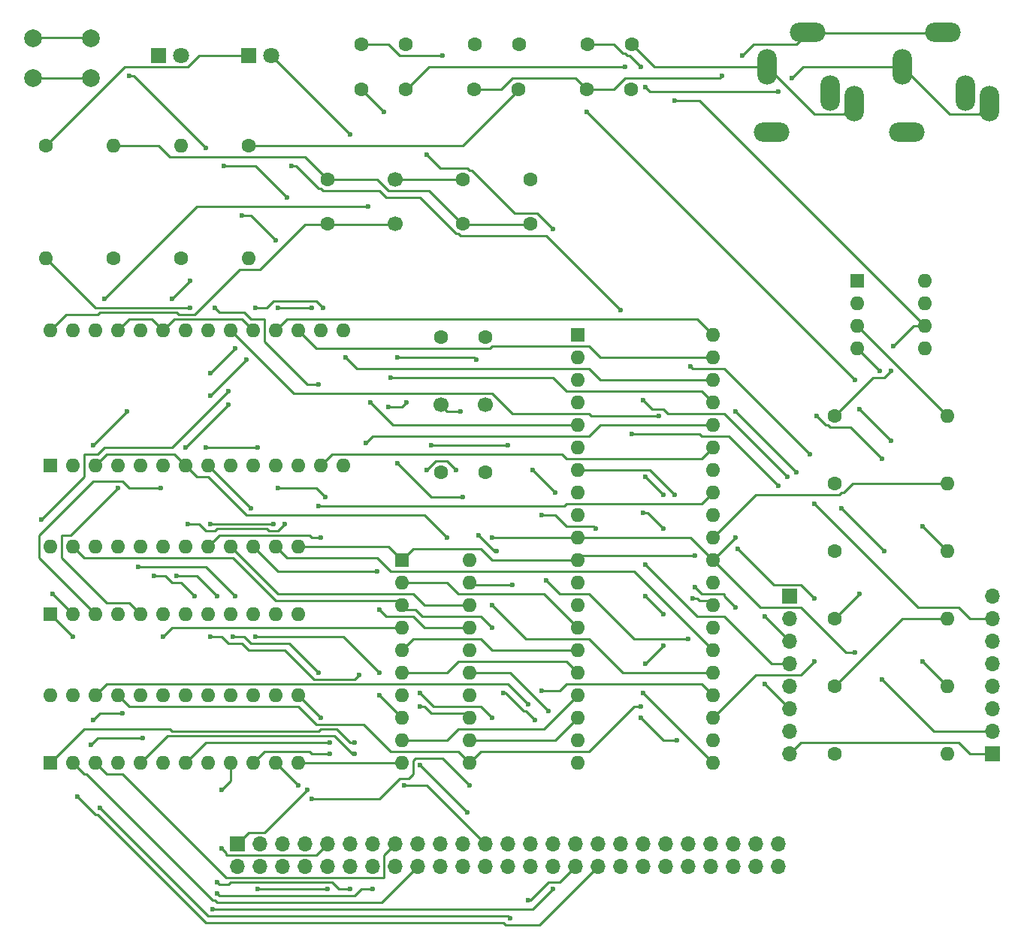
<source format=gbl>
G04 #@! TF.FileFunction,Copper,L2,Bot,Signal*
%FSLAX46Y46*%
G04 Gerber Fmt 4.6, Leading zero omitted, Abs format (unit mm)*
G04 Created by KiCad (PCBNEW 4.0.7) date 05/26/18 22:05:49*
%MOMM*%
%LPD*%
G01*
G04 APERTURE LIST*
%ADD10C,0.100000*%
%ADD11C,1.600000*%
%ADD12R,1.700000X1.700000*%
%ADD13O,1.700000X1.700000*%
%ADD14R,1.800000X1.800000*%
%ADD15C,1.800000*%
%ADD16C,1.700000*%
%ADD17O,1.600000X1.600000*%
%ADD18C,2.000000*%
%ADD19R,1.600000X1.600000*%
%ADD20O,2.200000X4.000000*%
%ADD21O,4.000000X2.200000*%
%ADD22C,0.600000*%
%ADD23C,0.250000*%
G04 APERTURE END LIST*
D10*
D11*
X105410000Y-77470000D03*
X100410000Y-77470000D03*
X105410000Y-92710000D03*
X100410000Y-92710000D03*
X110490000Y-59690000D03*
X110490000Y-64690000D03*
X104140000Y-49530000D03*
X109140000Y-49530000D03*
X109220000Y-44450000D03*
X104220000Y-44450000D03*
X91440000Y-49530000D03*
X96440000Y-49530000D03*
X121920000Y-44450000D03*
X116920000Y-44450000D03*
X116840000Y-49530000D03*
X121840000Y-49530000D03*
X91440000Y-44450000D03*
X96440000Y-44450000D03*
X87630000Y-59690000D03*
X87630000Y-64690000D03*
X102870000Y-59690000D03*
X102870000Y-64690000D03*
D12*
X77470000Y-134620000D03*
D13*
X77470000Y-137160000D03*
X80010000Y-134620000D03*
X80010000Y-137160000D03*
X82550000Y-134620000D03*
X82550000Y-137160000D03*
X85090000Y-134620000D03*
X85090000Y-137160000D03*
X87630000Y-134620000D03*
X87630000Y-137160000D03*
X90170000Y-134620000D03*
X90170000Y-137160000D03*
X92710000Y-134620000D03*
X92710000Y-137160000D03*
X95250000Y-134620000D03*
X95250000Y-137160000D03*
X97790000Y-134620000D03*
X97790000Y-137160000D03*
X100330000Y-134620000D03*
X100330000Y-137160000D03*
X102870000Y-134620000D03*
X102870000Y-137160000D03*
X105410000Y-134620000D03*
X105410000Y-137160000D03*
X107950000Y-134620000D03*
X107950000Y-137160000D03*
X110490000Y-134620000D03*
X110490000Y-137160000D03*
X113030000Y-134620000D03*
X113030000Y-137160000D03*
X115570000Y-134620000D03*
X115570000Y-137160000D03*
X118110000Y-134620000D03*
X118110000Y-137160000D03*
X120650000Y-134620000D03*
X120650000Y-137160000D03*
X123190000Y-134620000D03*
X123190000Y-137160000D03*
X125730000Y-134620000D03*
X125730000Y-137160000D03*
X128270000Y-134620000D03*
X128270000Y-137160000D03*
X130810000Y-134620000D03*
X130810000Y-137160000D03*
X133350000Y-134620000D03*
X133350000Y-137160000D03*
X135890000Y-134620000D03*
X135890000Y-137160000D03*
X138430000Y-134620000D03*
X138430000Y-137160000D03*
D14*
X68580000Y-45720000D03*
D15*
X71120000Y-45720000D03*
D14*
X78740000Y-45720000D03*
D15*
X81280000Y-45720000D03*
D12*
X139700000Y-106680000D03*
D13*
X139700000Y-109220000D03*
X139700000Y-111760000D03*
X139700000Y-114300000D03*
X139700000Y-116840000D03*
X139700000Y-119380000D03*
X139700000Y-121920000D03*
X139700000Y-124460000D03*
D12*
X162560000Y-124460000D03*
D13*
X162560000Y-121920000D03*
X162560000Y-119380000D03*
X162560000Y-116840000D03*
X162560000Y-114300000D03*
X162560000Y-111760000D03*
X162560000Y-109220000D03*
X162560000Y-106680000D03*
D16*
X105410000Y-85090000D03*
X100410000Y-85090000D03*
X95250000Y-59690000D03*
X95250000Y-64690000D03*
D11*
X71120000Y-68580000D03*
D17*
X71120000Y-55880000D03*
D11*
X63500000Y-68580000D03*
D17*
X63500000Y-55880000D03*
D11*
X55880000Y-55880000D03*
D17*
X55880000Y-68580000D03*
D11*
X78740000Y-55880000D03*
D17*
X78740000Y-68580000D03*
D11*
X144780000Y-116840000D03*
D17*
X157480000Y-116840000D03*
D11*
X144780000Y-124460000D03*
D17*
X157480000Y-124460000D03*
D11*
X144780000Y-93980000D03*
D17*
X157480000Y-93980000D03*
D11*
X144780000Y-86360000D03*
D17*
X157480000Y-86360000D03*
D11*
X144780000Y-109220000D03*
D17*
X157480000Y-109220000D03*
D11*
X144780000Y-101600000D03*
D17*
X157480000Y-101600000D03*
D18*
X60960000Y-43760000D03*
X60960000Y-48260000D03*
X54460000Y-43760000D03*
X54460000Y-48260000D03*
D19*
X56388000Y-125476000D03*
D17*
X84328000Y-117856000D03*
X58928000Y-125476000D03*
X81788000Y-117856000D03*
X61468000Y-125476000D03*
X79248000Y-117856000D03*
X64008000Y-125476000D03*
X76708000Y-117856000D03*
X66548000Y-125476000D03*
X74168000Y-117856000D03*
X69088000Y-125476000D03*
X71628000Y-117856000D03*
X71628000Y-125476000D03*
X69088000Y-117856000D03*
X74168000Y-125476000D03*
X66548000Y-117856000D03*
X76708000Y-125476000D03*
X64008000Y-117856000D03*
X79248000Y-125476000D03*
X61468000Y-117856000D03*
X81788000Y-125476000D03*
X58928000Y-117856000D03*
X84328000Y-125476000D03*
X56388000Y-117856000D03*
D19*
X96012000Y-102616000D03*
D17*
X103632000Y-125476000D03*
X96012000Y-105156000D03*
X103632000Y-122936000D03*
X96012000Y-107696000D03*
X103632000Y-120396000D03*
X96012000Y-110236000D03*
X103632000Y-117856000D03*
X96012000Y-112776000D03*
X103632000Y-115316000D03*
X96012000Y-115316000D03*
X103632000Y-112776000D03*
X96012000Y-117856000D03*
X103632000Y-110236000D03*
X96012000Y-120396000D03*
X103632000Y-107696000D03*
X96012000Y-122936000D03*
X103632000Y-105156000D03*
X96012000Y-125476000D03*
X103632000Y-102616000D03*
D19*
X56388000Y-108712000D03*
D17*
X84328000Y-101092000D03*
X58928000Y-108712000D03*
X81788000Y-101092000D03*
X61468000Y-108712000D03*
X79248000Y-101092000D03*
X64008000Y-108712000D03*
X76708000Y-101092000D03*
X66548000Y-108712000D03*
X74168000Y-101092000D03*
X69088000Y-108712000D03*
X71628000Y-101092000D03*
X71628000Y-108712000D03*
X69088000Y-101092000D03*
X74168000Y-108712000D03*
X66548000Y-101092000D03*
X76708000Y-108712000D03*
X64008000Y-101092000D03*
X79248000Y-108712000D03*
X61468000Y-101092000D03*
X81788000Y-108712000D03*
X58928000Y-101092000D03*
X84328000Y-108712000D03*
X56388000Y-101092000D03*
D19*
X115824000Y-77216000D03*
D17*
X131064000Y-125476000D03*
X115824000Y-79756000D03*
X131064000Y-122936000D03*
X115824000Y-82296000D03*
X131064000Y-120396000D03*
X115824000Y-84836000D03*
X131064000Y-117856000D03*
X115824000Y-87376000D03*
X131064000Y-115316000D03*
X115824000Y-89916000D03*
X131064000Y-112776000D03*
X115824000Y-92456000D03*
X131064000Y-110236000D03*
X115824000Y-94996000D03*
X131064000Y-107696000D03*
X115824000Y-97536000D03*
X131064000Y-105156000D03*
X115824000Y-100076000D03*
X131064000Y-102616000D03*
X115824000Y-102616000D03*
X131064000Y-100076000D03*
X115824000Y-105156000D03*
X131064000Y-97536000D03*
X115824000Y-107696000D03*
X131064000Y-94996000D03*
X115824000Y-110236000D03*
X131064000Y-92456000D03*
X115824000Y-112776000D03*
X131064000Y-89916000D03*
X115824000Y-115316000D03*
X131064000Y-87376000D03*
X115824000Y-117856000D03*
X131064000Y-84836000D03*
X115824000Y-120396000D03*
X131064000Y-82296000D03*
X115824000Y-122936000D03*
X131064000Y-79756000D03*
X115824000Y-125476000D03*
X131064000Y-77216000D03*
D19*
X147320000Y-71120000D03*
D17*
X154940000Y-78740000D03*
X147320000Y-73660000D03*
X154940000Y-76200000D03*
X147320000Y-76200000D03*
X154940000Y-73660000D03*
X147320000Y-78740000D03*
X154940000Y-71120000D03*
D19*
X56388000Y-91948000D03*
D17*
X89408000Y-76708000D03*
X58928000Y-91948000D03*
X86868000Y-76708000D03*
X61468000Y-91948000D03*
X84328000Y-76708000D03*
X64008000Y-91948000D03*
X81788000Y-76708000D03*
X66548000Y-91948000D03*
X79248000Y-76708000D03*
X69088000Y-91948000D03*
X76708000Y-76708000D03*
X71628000Y-91948000D03*
X74168000Y-76708000D03*
X74168000Y-91948000D03*
X71628000Y-76708000D03*
X76708000Y-91948000D03*
X69088000Y-76708000D03*
X79248000Y-91948000D03*
X66548000Y-76708000D03*
X81788000Y-91948000D03*
X64008000Y-76708000D03*
X84328000Y-91948000D03*
X61468000Y-76708000D03*
X86868000Y-91948000D03*
X58928000Y-76708000D03*
X89408000Y-91948000D03*
X56388000Y-76708000D03*
D20*
X137160000Y-46990000D03*
D21*
X137660000Y-54290000D03*
D20*
X144260000Y-49890000D03*
X146960000Y-51090000D03*
D21*
X141760000Y-43090000D03*
D20*
X152400000Y-46990000D03*
D21*
X152900000Y-54290000D03*
D20*
X159500000Y-49890000D03*
X162200000Y-51090000D03*
D21*
X157000000Y-43090000D03*
D22*
X149860000Y-81280000D03*
X72136000Y-74168000D03*
X134366000Y-45720000D03*
X132080000Y-48006000D03*
X85344000Y-128524000D03*
X129032000Y-102108000D03*
X102616000Y-85852000D03*
X147066000Y-113030000D03*
X150114000Y-116078000D03*
X133604000Y-100076000D03*
X101092000Y-100076000D03*
X151130000Y-81280000D03*
X106172000Y-100076000D03*
X84328000Y-128016000D03*
X86868000Y-120396000D03*
X75692000Y-128524000D03*
X75692000Y-135128000D03*
X87884000Y-124460000D03*
X87884000Y-123190000D03*
X79756000Y-139700000D03*
X87630000Y-139700000D03*
X90678000Y-124460000D03*
X75184000Y-138938000D03*
X90170000Y-139700000D03*
X75184000Y-140208000D03*
X92710000Y-139700000D03*
X90678000Y-123190000D03*
X86868000Y-100076000D03*
X93472000Y-108204000D03*
X98044000Y-119126000D03*
X87376000Y-95504000D03*
X82042000Y-94488000D03*
X79756000Y-89916000D03*
X73914000Y-89916000D03*
X103632000Y-128016000D03*
X85852000Y-129540000D03*
X86614000Y-115316000D03*
X76962000Y-111252000D03*
X75184000Y-106680000D03*
X70612000Y-104394000D03*
X93472000Y-115316000D03*
X79502000Y-111252000D03*
X77216000Y-106680000D03*
X66294000Y-103378000D03*
X96266000Y-128016000D03*
X93472000Y-117856000D03*
X91186000Y-115570000D03*
X74422000Y-111252000D03*
X72644000Y-106680000D03*
X68072000Y-104394000D03*
X103378000Y-131064000D03*
X98044000Y-125730000D03*
X106172000Y-110236000D03*
X98044000Y-117602000D03*
X106172000Y-120396000D03*
X69088000Y-111252000D03*
X113030000Y-139700000D03*
X74676000Y-141986000D03*
X110236000Y-140970000D03*
X108204000Y-143002000D03*
X61976000Y-130556000D03*
X60960000Y-123444000D03*
X66802000Y-122682000D03*
X59436000Y-129286000D03*
X61214000Y-120650000D03*
X64516000Y-119888000D03*
X142494000Y-114046000D03*
X140462000Y-92710000D03*
X133604000Y-85852000D03*
X120650000Y-74422000D03*
X83566000Y-58166000D03*
X90170000Y-54610000D03*
X96520000Y-84836000D03*
X94488000Y-85344000D03*
X98806000Y-92456000D03*
X102108000Y-92456000D03*
X104648000Y-99822000D03*
X106680000Y-101600000D03*
X122936000Y-120396000D03*
X127000000Y-122936000D03*
X138430000Y-94234000D03*
X121920000Y-88392000D03*
X136906000Y-108966000D03*
X125476000Y-95250000D03*
X123444000Y-93218000D03*
X123444000Y-103124000D03*
X126746000Y-95250000D03*
X133858000Y-101346000D03*
X142494000Y-106934000D03*
X136906000Y-116586000D03*
X133604000Y-107950000D03*
X129032000Y-105664000D03*
X125476000Y-99060000D03*
X123190000Y-97282000D03*
X123190000Y-84582000D03*
X139446000Y-93218000D03*
X142494000Y-96266000D03*
X113284000Y-94996000D03*
X110744000Y-92456000D03*
X107950000Y-89662000D03*
X99314000Y-89662000D03*
X81788000Y-66548000D03*
X77978000Y-63754000D03*
X122936000Y-119126000D03*
X123444000Y-114300000D03*
X125476000Y-112268000D03*
X58928000Y-111252000D03*
X112522000Y-119634000D03*
X110998000Y-120650000D03*
X107442000Y-117602000D03*
X108458000Y-105410000D03*
X123190000Y-117602000D03*
X87122000Y-74168000D03*
X79502000Y-74168000D03*
X77216000Y-78740000D03*
X74422000Y-81534000D03*
X64008000Y-94488000D03*
X94742000Y-82042000D03*
X86614000Y-96520000D03*
X85852000Y-74168000D03*
X82042000Y-74168000D03*
X78486000Y-80010000D03*
X74422000Y-84074000D03*
X89662000Y-79756000D03*
X124968000Y-86360000D03*
X68834000Y-94488000D03*
X71628000Y-89916000D03*
X76454000Y-85090000D03*
X81534000Y-98552000D03*
X74422000Y-98552000D03*
X76454000Y-83566000D03*
X55372000Y-98044000D03*
X56642000Y-106426000D03*
X82804000Y-98552000D03*
X71882000Y-98552000D03*
X91948000Y-89408000D03*
X128778000Y-106934000D03*
X125476000Y-108712000D03*
X123444000Y-106680000D03*
X117856000Y-99060000D03*
X111760000Y-97536000D03*
X104394000Y-80010000D03*
X95504000Y-79756000D03*
X83058000Y-61722000D03*
X75946000Y-58166000D03*
X73914000Y-56134000D03*
X65278000Y-48006000D03*
X111760000Y-117348000D03*
X110236000Y-118872000D03*
X92456000Y-84836000D03*
X116840000Y-52070000D03*
X147066000Y-82296000D03*
X147574000Y-85598000D03*
X151130000Y-89154000D03*
X93980000Y-52070000D03*
X98806000Y-56896000D03*
X113030000Y-65278000D03*
X128524000Y-80772000D03*
X141986000Y-90678000D03*
X145542000Y-96774000D03*
X150368000Y-101600000D03*
X154686000Y-114046000D03*
X121158000Y-46990000D03*
X123444000Y-49276000D03*
X138430000Y-49784000D03*
X139954000Y-48260000D03*
X126746000Y-50800000D03*
X122936000Y-46990000D03*
X147574000Y-106426000D03*
X151384000Y-78486000D03*
X154686000Y-98806000D03*
X150114000Y-91186000D03*
X142748000Y-86360000D03*
X100584000Y-45720000D03*
X70104000Y-73152000D03*
X72136000Y-71120000D03*
X62484000Y-73152000D03*
X92202000Y-62738000D03*
X93218000Y-103886000D03*
X106172000Y-107696000D03*
X78994000Y-96774000D03*
X61214000Y-89662000D03*
X65024000Y-85852000D03*
X74930000Y-74168000D03*
X86614000Y-82804000D03*
X95504000Y-91694000D03*
X102870000Y-95504000D03*
X112268000Y-104902000D03*
X128270000Y-111506000D03*
D23*
X149860000Y-81280000D02*
X147320000Y-78740000D01*
X55880000Y-68580000D02*
X61468000Y-74168000D01*
X61468000Y-74168000D02*
X72136000Y-74168000D01*
X131064000Y-100076000D02*
X135890000Y-95250000D01*
X135890000Y-95250000D02*
X145288000Y-95250000D01*
X145288000Y-95250000D02*
X145542000Y-94996000D01*
X145542000Y-94996000D02*
X145796000Y-94996000D01*
X145796000Y-94996000D02*
X146812000Y-93980000D01*
X146812000Y-93980000D02*
X157480000Y-93980000D01*
X141760000Y-43090000D02*
X141732000Y-43180000D01*
X141732000Y-43180000D02*
X140462000Y-44450000D01*
X140462000Y-44450000D02*
X135636000Y-44450000D01*
X135636000Y-44450000D02*
X134366000Y-45720000D01*
X132080000Y-48006000D02*
X131826000Y-48260000D01*
X131826000Y-48260000D02*
X121158000Y-48260000D01*
X121158000Y-48260000D02*
X119888000Y-49530000D01*
X119888000Y-49530000D02*
X116840000Y-49530000D01*
X85344000Y-128524000D02*
X80518000Y-133350000D01*
X80518000Y-133350000D02*
X78740000Y-133350000D01*
X78740000Y-133350000D02*
X77470000Y-134620000D01*
X87630000Y-59690000D02*
X85090000Y-57150000D01*
X85090000Y-57150000D02*
X69850000Y-57150000D01*
X69850000Y-57150000D02*
X68580000Y-55880000D01*
X68580000Y-55880000D02*
X63500000Y-55880000D01*
X102870000Y-64690000D02*
X102870000Y-64770000D01*
X102870000Y-64770000D02*
X99060000Y-60960000D01*
X99060000Y-60960000D02*
X94488000Y-60960000D01*
X94488000Y-60960000D02*
X93218000Y-59690000D01*
X93218000Y-59690000D02*
X87630000Y-59690000D01*
X115824000Y-102616000D02*
X116332000Y-102108000D01*
X116332000Y-102108000D02*
X129032000Y-102108000D01*
X139700000Y-124460000D02*
X140970000Y-123190000D01*
X140970000Y-123190000D02*
X158750000Y-123190000D01*
X158750000Y-123190000D02*
X160020000Y-124460000D01*
X160020000Y-124460000D02*
X162560000Y-124460000D01*
X96012000Y-102616000D02*
X97282000Y-101346000D01*
X97282000Y-101346000D02*
X104902000Y-101346000D01*
X104902000Y-101346000D02*
X106172000Y-102616000D01*
X106172000Y-102616000D02*
X115824000Y-102616000D01*
X96012000Y-102616000D02*
X94488000Y-101092000D01*
X94488000Y-101092000D02*
X84328000Y-101092000D01*
X141760000Y-43090000D02*
X141732000Y-43180000D01*
X141732000Y-43180000D02*
X156972000Y-43180000D01*
X156972000Y-43180000D02*
X157000000Y-43090000D01*
X116840000Y-49530000D02*
X115570000Y-48260000D01*
X115570000Y-48260000D02*
X108458000Y-48260000D01*
X108458000Y-48260000D02*
X107188000Y-49530000D01*
X107188000Y-49530000D02*
X104140000Y-49530000D01*
X84328000Y-125476000D02*
X96012000Y-125476000D01*
X102870000Y-64690000D02*
X102870000Y-64770000D01*
X102870000Y-64770000D02*
X110490000Y-64770000D01*
X110490000Y-64770000D02*
X110490000Y-64690000D01*
X60960000Y-48260000D02*
X54460000Y-48260000D01*
X100410000Y-85090000D02*
X100330000Y-85090000D01*
X100330000Y-85090000D02*
X101092000Y-85852000D01*
X101092000Y-85852000D02*
X102616000Y-85852000D01*
X131064000Y-102616000D02*
X136398000Y-107950000D01*
X136398000Y-107950000D02*
X140970000Y-107950000D01*
X140970000Y-107950000D02*
X146050000Y-113030000D01*
X146050000Y-113030000D02*
X147066000Y-113030000D01*
X150114000Y-116078000D02*
X155956000Y-121920000D01*
X155956000Y-121920000D02*
X162560000Y-121920000D01*
X133604000Y-100076000D02*
X131064000Y-102616000D01*
X101092000Y-100076000D02*
X98552000Y-97536000D01*
X98552000Y-97536000D02*
X78486000Y-97536000D01*
X78486000Y-97536000D02*
X74168000Y-93218000D01*
X74168000Y-93218000D02*
X72898000Y-93218000D01*
X72898000Y-93218000D02*
X71628000Y-91948000D01*
X144780000Y-86360000D02*
X149098000Y-82042000D01*
X149098000Y-82042000D02*
X150368000Y-82042000D01*
X150368000Y-82042000D02*
X151130000Y-81280000D01*
X131064000Y-102616000D02*
X128524000Y-100076000D01*
X128524000Y-100076000D02*
X115824000Y-100076000D01*
X115824000Y-100076000D02*
X106172000Y-100076000D01*
X69088000Y-76708000D02*
X70358000Y-75438000D01*
X70358000Y-75438000D02*
X77978000Y-75438000D01*
X77978000Y-75438000D02*
X79248000Y-76708000D01*
X71628000Y-91948000D02*
X70358000Y-90678000D01*
X70358000Y-90678000D02*
X62738000Y-90678000D01*
X62738000Y-90678000D02*
X61468000Y-91948000D01*
X64008000Y-76708000D02*
X65278000Y-75438000D01*
X65278000Y-75438000D02*
X67818000Y-75438000D01*
X67818000Y-75438000D02*
X69088000Y-76708000D01*
X84328000Y-128016000D02*
X81788000Y-125476000D01*
X86868000Y-120396000D02*
X84328000Y-117856000D01*
X76708000Y-125476000D02*
X76708000Y-127508000D01*
X76708000Y-127508000D02*
X75692000Y-128524000D01*
X75692000Y-135128000D02*
X76200000Y-135636000D01*
X76200000Y-135636000D02*
X76200000Y-135890000D01*
X76200000Y-135890000D02*
X86360000Y-135890000D01*
X86360000Y-135890000D02*
X87630000Y-134620000D01*
X79248000Y-125476000D02*
X80518000Y-124206000D01*
X80518000Y-124206000D02*
X85598000Y-124206000D01*
X85598000Y-124206000D02*
X85852000Y-124460000D01*
X85852000Y-124460000D02*
X87884000Y-124460000D01*
X71628000Y-125476000D02*
X73914000Y-123190000D01*
X73914000Y-123190000D02*
X87884000Y-123190000D01*
X79756000Y-139700000D02*
X87630000Y-139700000D01*
X66548000Y-125476000D02*
X69596000Y-122428000D01*
X69596000Y-122428000D02*
X88392000Y-122428000D01*
X88392000Y-122428000D02*
X90424000Y-124460000D01*
X90424000Y-124460000D02*
X90678000Y-124460000D01*
X75184000Y-138938000D02*
X75438000Y-139192000D01*
X75438000Y-139192000D02*
X76454000Y-139192000D01*
X76454000Y-139192000D02*
X76708000Y-138938000D01*
X76708000Y-138938000D02*
X88138000Y-138938000D01*
X88138000Y-138938000D02*
X88900000Y-139700000D01*
X88900000Y-139700000D02*
X90170000Y-139700000D01*
X95250000Y-134620000D02*
X93980000Y-135890000D01*
X93980000Y-135890000D02*
X93980000Y-138430000D01*
X93980000Y-138430000D02*
X76200000Y-138430000D01*
X76200000Y-138430000D02*
X64516000Y-126746000D01*
X64516000Y-126746000D02*
X62738000Y-126746000D01*
X62738000Y-126746000D02*
X61468000Y-125476000D01*
X75184000Y-140208000D02*
X75438000Y-140462000D01*
X75438000Y-140462000D02*
X90678000Y-140462000D01*
X90678000Y-140462000D02*
X91440000Y-139700000D01*
X91440000Y-139700000D02*
X92710000Y-139700000D01*
X56388000Y-125476000D02*
X60198000Y-121666000D01*
X60198000Y-121666000D02*
X69850000Y-121666000D01*
X69850000Y-121666000D02*
X70104000Y-121920000D01*
X70104000Y-121920000D02*
X86614000Y-121920000D01*
X86614000Y-121920000D02*
X86868000Y-121666000D01*
X86868000Y-121666000D02*
X88646000Y-121666000D01*
X88646000Y-121666000D02*
X90170000Y-123190000D01*
X90170000Y-123190000D02*
X90678000Y-123190000D01*
X97790000Y-137160000D02*
X93726000Y-141224000D01*
X93726000Y-141224000D02*
X75184000Y-141224000D01*
X75184000Y-141224000D02*
X74930000Y-140970000D01*
X74930000Y-140970000D02*
X74676000Y-140970000D01*
X74676000Y-140970000D02*
X60452000Y-126746000D01*
X60452000Y-126746000D02*
X60198000Y-126746000D01*
X60198000Y-126746000D02*
X58928000Y-125476000D01*
X74168000Y-101092000D02*
X75438000Y-99822000D01*
X75438000Y-99822000D02*
X85598000Y-99822000D01*
X85598000Y-99822000D02*
X85852000Y-100076000D01*
X85852000Y-100076000D02*
X86868000Y-100076000D01*
X93472000Y-108204000D02*
X94234000Y-108966000D01*
X94234000Y-108966000D02*
X97282000Y-108966000D01*
X97282000Y-108966000D02*
X98552000Y-110236000D01*
X98552000Y-110236000D02*
X103632000Y-110236000D01*
X76708000Y-101092000D02*
X82042000Y-106426000D01*
X82042000Y-106426000D02*
X97282000Y-106426000D01*
X97282000Y-106426000D02*
X98552000Y-107696000D01*
X98552000Y-107696000D02*
X103632000Y-107696000D01*
X103632000Y-120396000D02*
X103124000Y-119888000D01*
X103124000Y-119888000D02*
X99314000Y-119888000D01*
X99314000Y-119888000D02*
X98552000Y-119126000D01*
X98552000Y-119126000D02*
X98044000Y-119126000D01*
X87376000Y-95504000D02*
X86360000Y-94488000D01*
X86360000Y-94488000D02*
X82042000Y-94488000D01*
X79756000Y-89916000D02*
X73914000Y-89916000D01*
X103632000Y-128016000D02*
X100584000Y-124968000D01*
X100584000Y-124968000D02*
X97536000Y-124968000D01*
X97536000Y-124968000D02*
X97282000Y-125222000D01*
X97282000Y-125222000D02*
X97282000Y-126746000D01*
X97282000Y-126746000D02*
X96774000Y-127254000D01*
X96774000Y-127254000D02*
X95758000Y-127254000D01*
X95758000Y-127254000D02*
X93472000Y-129540000D01*
X93472000Y-129540000D02*
X85852000Y-129540000D01*
X86614000Y-115316000D02*
X83312000Y-112014000D01*
X83312000Y-112014000D02*
X78994000Y-112014000D01*
X78994000Y-112014000D02*
X78232000Y-111252000D01*
X78232000Y-111252000D02*
X76962000Y-111252000D01*
X75184000Y-106680000D02*
X72898000Y-104394000D01*
X72898000Y-104394000D02*
X70612000Y-104394000D01*
X93472000Y-115316000D02*
X89408000Y-111252000D01*
X89408000Y-111252000D02*
X79502000Y-111252000D01*
X77216000Y-106680000D02*
X73914000Y-103378000D01*
X73914000Y-103378000D02*
X66294000Y-103378000D01*
X105410000Y-134620000D02*
X98806000Y-128016000D01*
X98806000Y-128016000D02*
X96266000Y-128016000D01*
X96012000Y-120396000D02*
X93472000Y-117856000D01*
X91186000Y-115570000D02*
X90678000Y-116078000D01*
X90678000Y-116078000D02*
X86106000Y-116078000D01*
X86106000Y-116078000D02*
X82804000Y-112776000D01*
X82804000Y-112776000D02*
X78740000Y-112776000D01*
X78740000Y-112776000D02*
X77978000Y-112014000D01*
X77978000Y-112014000D02*
X76454000Y-112014000D01*
X76454000Y-112014000D02*
X75692000Y-111252000D01*
X75692000Y-111252000D02*
X74422000Y-111252000D01*
X72644000Y-106680000D02*
X71120000Y-105156000D01*
X71120000Y-105156000D02*
X70104000Y-105156000D01*
X70104000Y-105156000D02*
X69342000Y-104394000D01*
X69342000Y-104394000D02*
X68072000Y-104394000D01*
X103378000Y-131064000D02*
X98044000Y-125730000D01*
X96012000Y-107696000D02*
X96520000Y-108204000D01*
X96520000Y-108204000D02*
X97536000Y-108204000D01*
X97536000Y-108204000D02*
X98298000Y-108966000D01*
X98298000Y-108966000D02*
X104902000Y-108966000D01*
X104902000Y-108966000D02*
X106172000Y-110236000D01*
X96012000Y-107696000D02*
X95504000Y-107188000D01*
X95504000Y-107188000D02*
X81788000Y-107188000D01*
X81788000Y-107188000D02*
X76962000Y-102362000D01*
X76962000Y-102362000D02*
X60198000Y-102362000D01*
X60198000Y-102362000D02*
X58928000Y-101092000D01*
X98044000Y-117602000D02*
X99568000Y-119126000D01*
X99568000Y-119126000D02*
X104902000Y-119126000D01*
X104902000Y-119126000D02*
X106172000Y-120396000D01*
X69088000Y-111252000D02*
X70104000Y-110236000D01*
X70104000Y-110236000D02*
X96012000Y-110236000D01*
X113030000Y-139700000D02*
X110744000Y-141986000D01*
X110744000Y-141986000D02*
X74676000Y-141986000D01*
X115570000Y-137160000D02*
X113792000Y-138938000D01*
X113792000Y-138938000D02*
X112522000Y-138938000D01*
X112522000Y-138938000D02*
X110490000Y-140970000D01*
X110490000Y-140970000D02*
X110236000Y-140970000D01*
X108204000Y-143002000D02*
X107950000Y-142748000D01*
X107950000Y-142748000D02*
X74168000Y-142748000D01*
X74168000Y-142748000D02*
X61976000Y-130556000D01*
X60960000Y-123444000D02*
X61722000Y-122682000D01*
X61722000Y-122682000D02*
X66802000Y-122682000D01*
X118110000Y-137160000D02*
X111506000Y-143764000D01*
X111506000Y-143764000D02*
X107696000Y-143764000D01*
X107696000Y-143764000D02*
X107442000Y-143510000D01*
X107442000Y-143510000D02*
X73914000Y-143510000D01*
X73914000Y-143510000D02*
X61722000Y-131318000D01*
X61722000Y-131318000D02*
X61468000Y-131318000D01*
X61468000Y-131318000D02*
X59436000Y-129286000D01*
X61214000Y-120650000D02*
X61976000Y-119888000D01*
X61976000Y-119888000D02*
X64516000Y-119888000D01*
X131064000Y-120396000D02*
X135890000Y-115570000D01*
X135890000Y-115570000D02*
X140970000Y-115570000D01*
X140970000Y-115570000D02*
X142494000Y-114046000D01*
X140462000Y-92710000D02*
X133604000Y-85852000D01*
X120650000Y-74422000D02*
X112268000Y-66040000D01*
X112268000Y-66040000D02*
X102616000Y-66040000D01*
X102616000Y-66040000D02*
X102362000Y-65786000D01*
X102362000Y-65786000D02*
X102108000Y-65786000D01*
X102108000Y-65786000D02*
X98044000Y-61722000D01*
X98044000Y-61722000D02*
X94234000Y-61722000D01*
X94234000Y-61722000D02*
X93472000Y-60960000D01*
X93472000Y-60960000D02*
X87122000Y-60960000D01*
X87122000Y-60960000D02*
X86868000Y-60706000D01*
X86868000Y-60706000D02*
X86614000Y-60706000D01*
X86614000Y-60706000D02*
X84074000Y-58166000D01*
X84074000Y-58166000D02*
X83566000Y-58166000D01*
X55880000Y-55880000D02*
X64770000Y-46990000D01*
X64770000Y-46990000D02*
X71882000Y-46990000D01*
X71882000Y-46990000D02*
X73152000Y-45720000D01*
X73152000Y-45720000D02*
X78740000Y-45720000D01*
X81280000Y-45720000D02*
X90170000Y-54610000D01*
X96520000Y-84836000D02*
X96012000Y-85344000D01*
X96012000Y-85344000D02*
X94488000Y-85344000D01*
X98806000Y-92456000D02*
X99822000Y-91440000D01*
X99822000Y-91440000D02*
X101092000Y-91440000D01*
X101092000Y-91440000D02*
X102108000Y-92456000D01*
X104648000Y-99822000D02*
X106426000Y-101600000D01*
X106426000Y-101600000D02*
X106680000Y-101600000D01*
X122936000Y-120396000D02*
X125476000Y-122936000D01*
X125476000Y-122936000D02*
X127000000Y-122936000D01*
X138430000Y-94234000D02*
X132842000Y-88646000D01*
X132842000Y-88646000D02*
X129794000Y-88646000D01*
X129794000Y-88646000D02*
X129540000Y-88392000D01*
X129540000Y-88392000D02*
X121920000Y-88392000D01*
X139700000Y-111760000D02*
X136906000Y-108966000D01*
X125476000Y-95250000D02*
X123444000Y-93218000D01*
X123444000Y-103124000D02*
X129286000Y-108966000D01*
X129286000Y-108966000D02*
X132334000Y-108966000D01*
X132334000Y-108966000D02*
X137668000Y-114300000D01*
X137668000Y-114300000D02*
X139700000Y-114300000D01*
X115824000Y-92456000D02*
X123952000Y-92456000D01*
X123952000Y-92456000D02*
X126746000Y-95250000D01*
X133858000Y-101346000D02*
X137922000Y-105410000D01*
X137922000Y-105410000D02*
X140970000Y-105410000D01*
X140970000Y-105410000D02*
X142494000Y-106934000D01*
X139700000Y-119380000D02*
X136906000Y-116586000D01*
X133604000Y-107950000D02*
X132334000Y-106680000D01*
X132334000Y-106680000D02*
X132334000Y-106426000D01*
X132334000Y-106426000D02*
X129794000Y-106426000D01*
X129794000Y-106426000D02*
X129032000Y-105664000D01*
X125476000Y-99060000D02*
X123698000Y-97282000D01*
X123698000Y-97282000D02*
X123190000Y-97282000D01*
X123190000Y-84582000D02*
X124206000Y-85598000D01*
X124206000Y-85598000D02*
X125476000Y-85598000D01*
X125476000Y-85598000D02*
X125984000Y-86106000D01*
X125984000Y-86106000D02*
X132334000Y-86106000D01*
X132334000Y-86106000D02*
X139446000Y-93218000D01*
X142494000Y-96266000D02*
X154178000Y-107950000D01*
X154178000Y-107950000D02*
X158750000Y-107950000D01*
X158750000Y-107950000D02*
X160020000Y-109220000D01*
X160020000Y-109220000D02*
X162560000Y-109220000D01*
X113284000Y-94996000D02*
X110744000Y-92456000D01*
X107950000Y-89662000D02*
X99314000Y-89662000D01*
X81788000Y-66548000D02*
X78994000Y-63754000D01*
X78994000Y-63754000D02*
X77978000Y-63754000D01*
X103632000Y-125476000D02*
X104902000Y-124206000D01*
X104902000Y-124206000D02*
X117094000Y-124206000D01*
X117094000Y-124206000D02*
X122174000Y-119126000D01*
X122174000Y-119126000D02*
X122936000Y-119126000D01*
X123444000Y-114300000D02*
X125476000Y-112268000D01*
X103632000Y-125476000D02*
X102362000Y-124206000D01*
X102362000Y-124206000D02*
X94742000Y-124206000D01*
X94742000Y-124206000D02*
X91694000Y-121158000D01*
X91694000Y-121158000D02*
X86360000Y-121158000D01*
X86360000Y-121158000D02*
X84328000Y-119126000D01*
X84328000Y-119126000D02*
X65278000Y-119126000D01*
X65278000Y-119126000D02*
X64008000Y-117856000D01*
X56388000Y-108712000D02*
X58928000Y-111252000D01*
X115824000Y-110236000D02*
X112014000Y-106426000D01*
X112014000Y-106426000D02*
X102362000Y-106426000D01*
X102362000Y-106426000D02*
X101092000Y-105156000D01*
X101092000Y-105156000D02*
X96012000Y-105156000D01*
X115824000Y-120396000D02*
X113284000Y-122936000D01*
X113284000Y-122936000D02*
X103632000Y-122936000D01*
X96012000Y-112776000D02*
X97282000Y-111506000D01*
X97282000Y-111506000D02*
X104902000Y-111506000D01*
X104902000Y-111506000D02*
X106172000Y-112776000D01*
X106172000Y-112776000D02*
X115824000Y-112776000D01*
X112522000Y-119634000D02*
X108204000Y-115316000D01*
X108204000Y-115316000D02*
X103632000Y-115316000D01*
X115824000Y-115316000D02*
X114554000Y-114046000D01*
X114554000Y-114046000D02*
X102362000Y-114046000D01*
X102362000Y-114046000D02*
X101092000Y-115316000D01*
X101092000Y-115316000D02*
X96012000Y-115316000D01*
X110998000Y-120650000D02*
X109982000Y-119634000D01*
X109982000Y-119634000D02*
X109728000Y-119634000D01*
X109728000Y-119634000D02*
X107696000Y-117602000D01*
X107696000Y-117602000D02*
X107442000Y-117602000D01*
X115824000Y-117856000D02*
X112014000Y-121666000D01*
X112014000Y-121666000D02*
X102362000Y-121666000D01*
X102362000Y-121666000D02*
X101092000Y-122936000D01*
X101092000Y-122936000D02*
X96012000Y-122936000D01*
X103632000Y-105156000D02*
X103886000Y-105410000D01*
X103886000Y-105410000D02*
X108458000Y-105410000D01*
X123190000Y-117602000D02*
X131064000Y-125476000D01*
X87122000Y-74168000D02*
X86360000Y-73406000D01*
X86360000Y-73406000D02*
X81534000Y-73406000D01*
X81534000Y-73406000D02*
X80772000Y-74168000D01*
X80772000Y-74168000D02*
X79502000Y-74168000D01*
X77216000Y-78740000D02*
X74422000Y-81534000D01*
X64008000Y-94488000D02*
X58674000Y-99822000D01*
X58674000Y-99822000D02*
X57658000Y-99822000D01*
X57658000Y-99822000D02*
X57658000Y-102362000D01*
X57658000Y-102362000D02*
X62738000Y-107442000D01*
X62738000Y-107442000D02*
X65278000Y-107442000D01*
X65278000Y-107442000D02*
X66548000Y-108712000D01*
X131064000Y-84836000D02*
X129794000Y-83566000D01*
X129794000Y-83566000D02*
X114554000Y-83566000D01*
X114554000Y-83566000D02*
X113030000Y-82042000D01*
X113030000Y-82042000D02*
X94742000Y-82042000D01*
X131064000Y-94996000D02*
X129794000Y-96266000D01*
X129794000Y-96266000D02*
X114554000Y-96266000D01*
X114554000Y-96266000D02*
X114300000Y-96520000D01*
X114300000Y-96520000D02*
X86614000Y-96520000D01*
X85852000Y-74168000D02*
X82042000Y-74168000D01*
X78486000Y-80010000D02*
X74422000Y-84074000D01*
X89662000Y-79756000D02*
X90932000Y-81026000D01*
X90932000Y-81026000D02*
X117094000Y-81026000D01*
X117094000Y-81026000D02*
X118364000Y-82296000D01*
X118364000Y-82296000D02*
X131064000Y-82296000D01*
X76708000Y-76708000D02*
X83820000Y-83820000D01*
X83820000Y-83820000D02*
X106172000Y-83820000D01*
X106172000Y-83820000D02*
X108458000Y-86106000D01*
X108458000Y-86106000D02*
X117094000Y-86106000D01*
X117094000Y-86106000D02*
X117348000Y-86360000D01*
X117348000Y-86360000D02*
X124968000Y-86360000D01*
X61468000Y-108712000D02*
X55118000Y-102362000D01*
X55118000Y-102362000D02*
X55118000Y-99822000D01*
X55118000Y-99822000D02*
X61214000Y-93726000D01*
X61214000Y-93726000D02*
X64516000Y-93726000D01*
X64516000Y-93726000D02*
X65278000Y-94488000D01*
X65278000Y-94488000D02*
X68834000Y-94488000D01*
X71628000Y-89916000D02*
X76454000Y-85090000D01*
X84328000Y-76708000D02*
X86360000Y-78740000D01*
X86360000Y-78740000D02*
X105918000Y-78740000D01*
X105918000Y-78740000D02*
X106172000Y-78486000D01*
X106172000Y-78486000D02*
X117094000Y-78486000D01*
X117094000Y-78486000D02*
X118364000Y-79756000D01*
X118364000Y-79756000D02*
X131064000Y-79756000D01*
X81534000Y-98552000D02*
X74422000Y-98552000D01*
X131064000Y-89916000D02*
X129794000Y-91186000D01*
X129794000Y-91186000D02*
X114554000Y-91186000D01*
X114554000Y-91186000D02*
X114046000Y-90678000D01*
X114046000Y-90678000D02*
X88138000Y-90678000D01*
X88138000Y-90678000D02*
X86868000Y-91948000D01*
X76454000Y-83566000D02*
X70104000Y-89916000D01*
X70104000Y-89916000D02*
X62484000Y-89916000D01*
X62484000Y-89916000D02*
X61722000Y-90678000D01*
X61722000Y-90678000D02*
X60198000Y-90678000D01*
X60198000Y-90678000D02*
X60198000Y-93218000D01*
X60198000Y-93218000D02*
X55372000Y-98044000D01*
X56642000Y-106426000D02*
X58928000Y-108712000D01*
X131064000Y-77216000D02*
X129286000Y-75438000D01*
X129286000Y-75438000D02*
X83058000Y-75438000D01*
X83058000Y-75438000D02*
X81788000Y-76708000D01*
X82804000Y-98552000D02*
X82042000Y-99314000D01*
X82042000Y-99314000D02*
X81026000Y-99314000D01*
X81026000Y-99314000D02*
X80772000Y-99060000D01*
X80772000Y-99060000D02*
X75184000Y-99060000D01*
X75184000Y-99060000D02*
X74930000Y-99314000D01*
X74930000Y-99314000D02*
X73914000Y-99314000D01*
X73914000Y-99314000D02*
X73152000Y-98552000D01*
X73152000Y-98552000D02*
X71882000Y-98552000D01*
X91948000Y-89408000D02*
X92710000Y-88646000D01*
X92710000Y-88646000D02*
X117094000Y-88646000D01*
X117094000Y-88646000D02*
X118364000Y-87376000D01*
X118364000Y-87376000D02*
X131064000Y-87376000D01*
X131064000Y-107696000D02*
X130556000Y-107188000D01*
X130556000Y-107188000D02*
X129540000Y-107188000D01*
X129540000Y-107188000D02*
X129286000Y-106934000D01*
X129286000Y-106934000D02*
X128778000Y-106934000D01*
X125476000Y-108712000D02*
X123444000Y-106680000D01*
X117856000Y-99060000D02*
X117602000Y-98806000D01*
X117602000Y-98806000D02*
X114554000Y-98806000D01*
X114554000Y-98806000D02*
X113284000Y-97536000D01*
X113284000Y-97536000D02*
X111760000Y-97536000D01*
X104394000Y-80010000D02*
X104140000Y-79756000D01*
X104140000Y-79756000D02*
X95504000Y-79756000D01*
X83058000Y-61722000D02*
X79502000Y-58166000D01*
X79502000Y-58166000D02*
X75946000Y-58166000D01*
X73914000Y-56134000D02*
X65786000Y-48006000D01*
X65786000Y-48006000D02*
X65278000Y-48006000D01*
X60960000Y-43760000D02*
X60960000Y-43688000D01*
X60960000Y-43688000D02*
X54356000Y-43688000D01*
X54356000Y-43688000D02*
X54460000Y-43760000D01*
X131064000Y-117856000D02*
X129794000Y-116586000D01*
X129794000Y-116586000D02*
X114554000Y-116586000D01*
X114554000Y-116586000D02*
X113792000Y-117348000D01*
X113792000Y-117348000D02*
X111760000Y-117348000D01*
X110236000Y-118872000D02*
X107950000Y-116586000D01*
X107950000Y-116586000D02*
X62738000Y-116586000D01*
X62738000Y-116586000D02*
X61468000Y-117856000D01*
X92456000Y-84836000D02*
X94996000Y-87376000D01*
X94996000Y-87376000D02*
X115824000Y-87376000D01*
X109140000Y-49530000D02*
X109220000Y-49530000D01*
X109220000Y-49530000D02*
X102870000Y-55880000D01*
X102870000Y-55880000D02*
X78740000Y-55880000D01*
X116840000Y-52070000D02*
X147066000Y-82296000D01*
X147574000Y-85598000D02*
X151130000Y-89154000D01*
X91440000Y-49530000D02*
X93980000Y-52070000D01*
X98806000Y-56896000D02*
X100330000Y-58420000D01*
X100330000Y-58420000D02*
X103378000Y-58420000D01*
X103378000Y-58420000D02*
X103632000Y-58674000D01*
X103632000Y-58674000D02*
X103886000Y-58674000D01*
X103886000Y-58674000D02*
X108712000Y-63500000D01*
X108712000Y-63500000D02*
X111252000Y-63500000D01*
X111252000Y-63500000D02*
X113030000Y-65278000D01*
X128524000Y-80772000D02*
X128778000Y-81026000D01*
X128778000Y-81026000D02*
X132334000Y-81026000D01*
X132334000Y-81026000D02*
X141986000Y-90678000D01*
X145542000Y-96774000D02*
X150368000Y-101600000D01*
X154686000Y-114046000D02*
X157480000Y-116840000D01*
X96440000Y-49530000D02*
X96520000Y-49530000D01*
X96520000Y-49530000D02*
X99060000Y-46990000D01*
X99060000Y-46990000D02*
X121158000Y-46990000D01*
X123444000Y-49276000D02*
X123952000Y-49784000D01*
X123952000Y-49784000D02*
X138430000Y-49784000D01*
X139954000Y-48260000D02*
X141224000Y-46990000D01*
X141224000Y-46990000D02*
X152400000Y-46990000D01*
X152400000Y-46990000D02*
X157734000Y-52324000D01*
X157734000Y-52324000D02*
X161036000Y-52324000D01*
X161036000Y-52324000D02*
X162306000Y-51054000D01*
X162306000Y-51054000D02*
X162200000Y-51090000D01*
X137160000Y-46990000D02*
X142494000Y-52324000D01*
X142494000Y-52324000D02*
X145796000Y-52324000D01*
X145796000Y-52324000D02*
X147066000Y-51054000D01*
X147066000Y-51054000D02*
X146960000Y-51090000D01*
X121920000Y-44450000D02*
X124460000Y-46990000D01*
X124460000Y-46990000D02*
X137160000Y-46990000D01*
X154940000Y-76200000D02*
X129540000Y-50800000D01*
X129540000Y-50800000D02*
X126746000Y-50800000D01*
X122936000Y-46990000D02*
X121666000Y-45720000D01*
X121666000Y-45720000D02*
X121412000Y-45720000D01*
X121412000Y-45720000D02*
X121158000Y-45466000D01*
X121158000Y-45466000D02*
X120904000Y-45466000D01*
X120904000Y-45466000D02*
X119888000Y-44450000D01*
X119888000Y-44450000D02*
X116920000Y-44450000D01*
X144780000Y-109220000D02*
X147574000Y-106426000D01*
X151384000Y-78486000D02*
X153670000Y-76200000D01*
X153670000Y-76200000D02*
X154940000Y-76200000D01*
X147320000Y-76200000D02*
X157480000Y-86360000D01*
X157480000Y-101600000D02*
X154686000Y-98806000D01*
X150114000Y-91186000D02*
X146558000Y-87630000D01*
X146558000Y-87630000D02*
X144272000Y-87630000D01*
X144272000Y-87630000D02*
X144018000Y-87376000D01*
X144018000Y-87376000D02*
X143764000Y-87376000D01*
X143764000Y-87376000D02*
X142748000Y-86360000D01*
X100584000Y-45720000D02*
X95758000Y-45720000D01*
X95758000Y-45720000D02*
X94488000Y-44450000D01*
X94488000Y-44450000D02*
X91440000Y-44450000D01*
X70104000Y-73152000D02*
X72136000Y-71120000D01*
X56388000Y-76708000D02*
X58166000Y-74930000D01*
X58166000Y-74930000D02*
X61722000Y-74930000D01*
X61722000Y-74930000D02*
X61976000Y-74676000D01*
X61976000Y-74676000D02*
X70612000Y-74676000D01*
X70612000Y-74676000D02*
X70866000Y-74930000D01*
X70866000Y-74930000D02*
X72644000Y-74930000D01*
X72644000Y-74930000D02*
X77724000Y-69850000D01*
X77724000Y-69850000D02*
X80010000Y-69850000D01*
X80010000Y-69850000D02*
X85090000Y-64770000D01*
X85090000Y-64770000D02*
X87630000Y-64770000D01*
X87630000Y-64770000D02*
X87630000Y-64690000D01*
X87630000Y-64690000D02*
X87630000Y-64770000D01*
X87630000Y-64770000D02*
X95250000Y-64770000D01*
X95250000Y-64770000D02*
X95250000Y-64690000D01*
X62484000Y-73152000D02*
X72898000Y-62738000D01*
X72898000Y-62738000D02*
X92202000Y-62738000D01*
X95250000Y-59690000D02*
X102870000Y-59690000D01*
X144780000Y-116840000D02*
X152400000Y-109220000D01*
X152400000Y-109220000D02*
X157480000Y-109220000D01*
X131064000Y-112776000D02*
X122174000Y-103886000D01*
X122174000Y-103886000D02*
X94742000Y-103886000D01*
X94742000Y-103886000D02*
X93218000Y-102362000D01*
X93218000Y-102362000D02*
X83058000Y-102362000D01*
X83058000Y-102362000D02*
X81788000Y-101092000D01*
X79248000Y-101092000D02*
X82042000Y-103886000D01*
X82042000Y-103886000D02*
X93218000Y-103886000D01*
X106172000Y-107696000D02*
X109982000Y-111506000D01*
X109982000Y-111506000D02*
X117094000Y-111506000D01*
X117094000Y-111506000D02*
X120904000Y-115316000D01*
X120904000Y-115316000D02*
X131064000Y-115316000D01*
X74168000Y-91948000D02*
X78994000Y-96774000D01*
X61214000Y-89662000D02*
X65024000Y-85852000D01*
X74930000Y-74168000D02*
X75438000Y-74676000D01*
X75438000Y-74676000D02*
X78232000Y-74676000D01*
X78232000Y-74676000D02*
X78994000Y-75438000D01*
X78994000Y-75438000D02*
X80518000Y-75438000D01*
X80518000Y-75438000D02*
X80518000Y-77978000D01*
X80518000Y-77978000D02*
X85344000Y-82804000D01*
X85344000Y-82804000D02*
X86614000Y-82804000D01*
X95504000Y-91694000D02*
X99314000Y-95504000D01*
X99314000Y-95504000D02*
X102870000Y-95504000D01*
X112268000Y-104902000D02*
X113792000Y-106426000D01*
X113792000Y-106426000D02*
X117094000Y-106426000D01*
X117094000Y-106426000D02*
X122174000Y-111506000D01*
X122174000Y-111506000D02*
X128270000Y-111506000D01*
M02*

</source>
